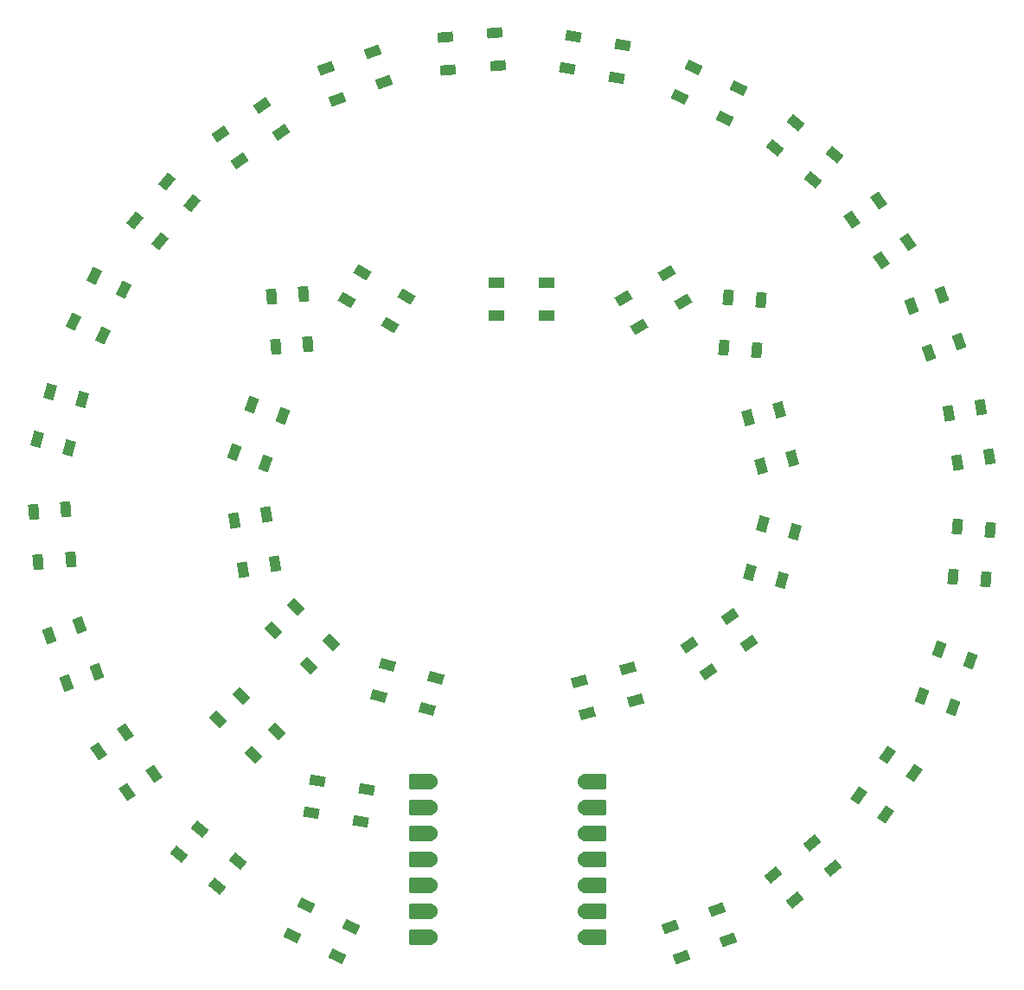
<source format=gts>
%TF.GenerationSoftware,KiCad,Pcbnew,9.0.1*%
%TF.CreationDate,2025-04-13T21:02:41-04:00*%
%TF.ProjectId,SuperPixel,53757065-7250-4697-9865-6c2e6b696361,rev?*%
%TF.SameCoordinates,Original*%
%TF.FileFunction,Soldermask,Top*%
%TF.FilePolarity,Negative*%
%FSLAX46Y46*%
G04 Gerber Fmt 4.6, Leading zero omitted, Abs format (unit mm)*
G04 Created by KiCad (PCBNEW 9.0.1) date 2025-04-13 21:02:41*
%MOMM*%
%LPD*%
G01*
G04 APERTURE LIST*
G04 Aperture macros list*
%AMRoundRect*
0 Rectangle with rounded corners*
0 $1 Rounding radius*
0 $2 $3 $4 $5 $6 $7 $8 $9 X,Y pos of 4 corners*
0 Add a 4 corners polygon primitive as box body*
4,1,4,$2,$3,$4,$5,$6,$7,$8,$9,$2,$3,0*
0 Add four circle primitives for the rounded corners*
1,1,$1+$1,$2,$3*
1,1,$1+$1,$4,$5*
1,1,$1+$1,$6,$7*
1,1,$1+$1,$8,$9*
0 Add four rect primitives between the rounded corners*
20,1,$1+$1,$2,$3,$4,$5,0*
20,1,$1+$1,$4,$5,$6,$7,0*
20,1,$1+$1,$6,$7,$8,$9,0*
20,1,$1+$1,$8,$9,$2,$3,0*%
%AMRotRect*
0 Rectangle, with rotation*
0 The origin of the aperture is its center*
0 $1 length*
0 $2 width*
0 $3 Rotation angle, in degrees counterclockwise*
0 Add horizontal line*
21,1,$1,$2,0,0,$3*%
G04 Aperture macros list end*
%ADD10RoundRect,0.152400X-1.063600X-0.609600X1.063600X-0.609600X1.063600X0.609600X-1.063600X0.609600X0*%
%ADD11C,1.524000*%
%ADD12RoundRect,0.152400X1.063600X0.609600X-1.063600X0.609600X-1.063600X-0.609600X1.063600X-0.609600X0*%
%ADD13RotRect,1.500000X1.000000X155.000000*%
%ADD14RotRect,1.500000X1.000000X185.000000*%
%ADD15RotRect,1.500000X1.000000X210.000000*%
%ADD16RotRect,1.500000X1.000000X305.000000*%
%ADD17RotRect,1.500000X1.000000X125.000000*%
%ADD18RotRect,1.500000X1.000000X140.000000*%
%ADD19RotRect,1.500000X1.000000X35.000000*%
%ADD20RotRect,1.500000X1.000000X15.000000*%
%ADD21RotRect,1.500000X1.000000X100.000000*%
%ADD22RotRect,1.500000X1.000000X150.000000*%
%ADD23R,1.500000X1.000000*%
%ADD24RotRect,1.500000X1.000000X20.000000*%
%ADD25RotRect,1.500000X1.000000X105.000000*%
%ADD26RotRect,1.500000X1.000000X40.000000*%
%ADD27RotRect,1.500000X1.000000X275.000000*%
%ADD28RotRect,1.500000X1.000000X345.000000*%
%ADD29RotRect,1.500000X1.000000X280.000000*%
%ADD30RotRect,1.500000X1.000000X245.000000*%
%ADD31RotRect,1.500000X1.000000X230.000000*%
%ADD32RotRect,1.500000X1.000000X250.000000*%
%ADD33RotRect,1.500000X1.000000X315.000000*%
%ADD34RotRect,1.500000X1.000000X110.000000*%
%ADD35RotRect,1.500000X1.000000X320.000000*%
%ADD36RotRect,1.500000X1.000000X255.000000*%
%ADD37RotRect,1.500000X1.000000X170.000000*%
%ADD38RotRect,1.500000X1.000000X350.000000*%
%ADD39RotRect,1.500000X1.000000X290.000000*%
%ADD40RotRect,1.500000X1.000000X70.000000*%
%ADD41RotRect,1.500000X1.000000X75.000000*%
%ADD42RotRect,1.500000X1.000000X200.000000*%
%ADD43RotRect,1.500000X1.000000X55.000000*%
%ADD44RotRect,1.500000X1.000000X85.000000*%
%ADD45RotRect,1.500000X1.000000X215.000000*%
%ADD46RotRect,1.500000X1.000000X335.000000*%
G04 APERTURE END LIST*
D10*
%TO.C,U2*%
X162910000Y-127240000D03*
D11*
X162075000Y-127240000D03*
D10*
X162910000Y-124700000D03*
D11*
X162075000Y-124700000D03*
D10*
X162910000Y-122160000D03*
D11*
X162075000Y-122160000D03*
D10*
X162910000Y-119620000D03*
D11*
X162075000Y-119620000D03*
D10*
X162910000Y-117080000D03*
D11*
X162075000Y-117080000D03*
D10*
X162910000Y-114540000D03*
D11*
X162075000Y-114540000D03*
D10*
X162910000Y-112000000D03*
D11*
X162075000Y-112000000D03*
X146835000Y-112000000D03*
D12*
X146000000Y-112000000D03*
D11*
X146835000Y-114540000D03*
D12*
X146000000Y-114540000D03*
D11*
X146835000Y-117080000D03*
D12*
X146000000Y-117080000D03*
D11*
X146835000Y-119620000D03*
D12*
X146000000Y-119620000D03*
D11*
X146835000Y-122160000D03*
D12*
X146000000Y-122160000D03*
D11*
X146835000Y-124700000D03*
D12*
X146000000Y-124700000D03*
D11*
X146835000Y-127240000D03*
D12*
X146000000Y-127240000D03*
%TD*%
D13*
%TO.C,D13*%
X172625736Y-42056427D03*
X171273357Y-44956612D03*
X175714264Y-47027443D03*
X177066643Y-44127258D03*
%TD*%
D14*
%TO.C,D11*%
X148309874Y-39119620D03*
X148588772Y-42307443D03*
X153470126Y-41880380D03*
X153191228Y-38692557D03*
%TD*%
D15*
%TO.C,D28*%
X165750000Y-64700000D03*
X167349998Y-67471282D03*
X171593530Y-65021272D03*
X169993532Y-62249990D03*
%TD*%
D16*
%TO.C,D3*%
X117211205Y-113045645D03*
X119832493Y-111210200D03*
X117021971Y-107196353D03*
X114400683Y-109031798D03*
%TD*%
D17*
%TO.C,D15*%
X190795383Y-55115354D03*
X188174095Y-56950799D03*
X190984617Y-60964646D03*
X193605905Y-59129201D03*
%TD*%
D18*
%TO.C,D14*%
X182671652Y-47499498D03*
X180614731Y-49950840D03*
X184368348Y-53100502D03*
X186425269Y-50649160D03*
%TD*%
D19*
%TO.C,D24*%
X178080000Y-98440000D03*
X176244558Y-95818713D03*
X172230712Y-98629246D03*
X174066154Y-101250533D03*
%TD*%
D20*
%TO.C,D23*%
X167000629Y-104001372D03*
X166172410Y-100910409D03*
X161439371Y-102178628D03*
X162267590Y-105269591D03*
%TD*%
D21*
%TO.C,D17*%
X200761384Y-75374327D03*
X197610000Y-75930000D03*
X198460872Y-80755559D03*
X201612256Y-80199886D03*
%TD*%
D22*
%TO.C,D30*%
X140258238Y-62089359D03*
X138658238Y-64860640D03*
X142901762Y-67310641D03*
X144501762Y-64539360D03*
%TD*%
D23*
%TO.C,D29*%
X153360000Y-63160000D03*
X153360000Y-66360000D03*
X158260000Y-66360000D03*
X158260000Y-63160000D03*
%TD*%
D24*
%TO.C,D22*%
X176059479Y-127515555D03*
X174965017Y-124508540D03*
X170360521Y-126184445D03*
X171454983Y-129191460D03*
%TD*%
D25*
%TO.C,D26*%
X181049910Y-75564355D03*
X177958949Y-76392573D03*
X179227170Y-81125615D03*
X182318131Y-80297397D03*
%TD*%
D26*
%TO.C,D21*%
X186265268Y-120430839D03*
X184208350Y-117979495D03*
X180454732Y-121129161D03*
X182511650Y-123580505D03*
%TD*%
D27*
%TO.C,D5*%
X108459624Y-90500128D03*
X111647445Y-90221232D03*
X111220376Y-85339872D03*
X108032555Y-85618768D03*
%TD*%
D28*
%TO.C,D35*%
X146582409Y-104899585D03*
X147410631Y-101808624D03*
X142677591Y-100540415D03*
X141849369Y-103631376D03*
%TD*%
D29*
%TO.C,D33*%
X128509748Y-91250617D03*
X131661132Y-90694942D03*
X130810252Y-85869383D03*
X127658868Y-86425058D03*
%TD*%
D30*
%TO.C,D7*%
X111915846Y-66938738D03*
X114816031Y-68291114D03*
X116886866Y-63850204D03*
X113986681Y-62497828D03*
%TD*%
D31*
%TO.C,D8*%
X117969501Y-57018351D03*
X120420841Y-59075274D03*
X123570499Y-55321649D03*
X121119159Y-53264726D03*
%TD*%
D32*
%TO.C,D32*%
X127718544Y-79705016D03*
X130725560Y-80799479D03*
X132401456Y-76194984D03*
X129394440Y-75100521D03*
%TD*%
D33*
%TO.C,D37*%
X129571047Y-109373785D03*
X131833790Y-107111046D03*
X128368953Y-103646215D03*
X126106210Y-105908954D03*
%TD*%
D34*
%TO.C,D16*%
X196965560Y-64310521D03*
X193958544Y-65404984D03*
X195634440Y-70009479D03*
X198641456Y-68915016D03*
%TD*%
D35*
%TO.C,D2*%
X125988348Y-122220502D03*
X128045269Y-119769160D03*
X124291652Y-116619498D03*
X122234731Y-119070840D03*
%TD*%
D36*
%TO.C,D6*%
X108400415Y-78502410D03*
X111491376Y-79330633D03*
X112759585Y-74597590D03*
X109668624Y-73769367D03*
%TD*%
D37*
%TO.C,D12*%
X160875058Y-39037029D03*
X160319384Y-42188413D03*
X165144942Y-43039289D03*
X165700616Y-39887905D03*
%TD*%
D38*
%TO.C,D36*%
X140089886Y-115922254D03*
X140645561Y-112770871D03*
X135820000Y-111920000D03*
X135264325Y-115071383D03*
%TD*%
D27*
%TO.C,D31*%
X131719622Y-69420127D03*
X134907445Y-69141228D03*
X134480378Y-64259873D03*
X131292555Y-64538772D03*
%TD*%
D39*
%TO.C,D4*%
X111242984Y-102334459D03*
X114250000Y-101240000D03*
X112574092Y-96635499D03*
X109567076Y-97729958D03*
%TD*%
D40*
%TO.C,D19*%
X199701455Y-100124983D03*
X196694440Y-99030516D03*
X195018545Y-103635017D03*
X198025560Y-104729484D03*
%TD*%
D41*
%TO.C,D25*%
X182539585Y-87567590D03*
X179448624Y-86739367D03*
X178180415Y-91472410D03*
X181271376Y-92300633D03*
%TD*%
D42*
%TO.C,D10*%
X136641042Y-42178890D03*
X137735504Y-45185905D03*
X142340000Y-43510000D03*
X141245538Y-40502985D03*
%TD*%
D43*
%TO.C,D20*%
X194235908Y-111180800D03*
X191614622Y-109345356D03*
X188804092Y-113359200D03*
X191425378Y-115194644D03*
%TD*%
D44*
%TO.C,D27*%
X179244880Y-64857541D03*
X176057059Y-64578641D03*
X175630002Y-69460001D03*
X178817823Y-69738901D03*
%TD*%
D45*
%TO.C,D9*%
X126375356Y-48574623D03*
X128210798Y-51195910D03*
X132224644Y-48385377D03*
X130389202Y-45764090D03*
%TD*%
D46*
%TO.C,D1*%
X137800903Y-129100832D03*
X139153278Y-126200648D03*
X134712375Y-124129816D03*
X133360000Y-127030000D03*
%TD*%
D44*
%TO.C,D18*%
X201677445Y-87338772D03*
X198489622Y-87059873D03*
X198062555Y-91941228D03*
X201250378Y-92220127D03*
%TD*%
D33*
%TO.C,D34*%
X134941044Y-100643781D03*
X137203785Y-98381040D03*
X133738956Y-94916219D03*
X131476215Y-97178960D03*
%TD*%
M02*

</source>
